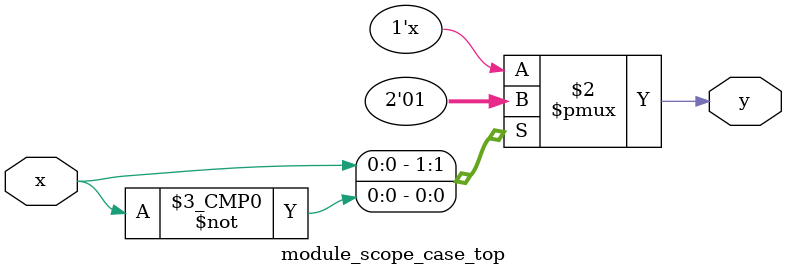
<source format=v>
module module_scope_case_top(
	input wire x,
	output reg y
);
	always @* begin
		case (module_scope_case_top.x)
			1: module_scope_case_top.y = 0;
			0: module_scope_case_top.y = 1;
		endcase
	end
endmodule

</source>
